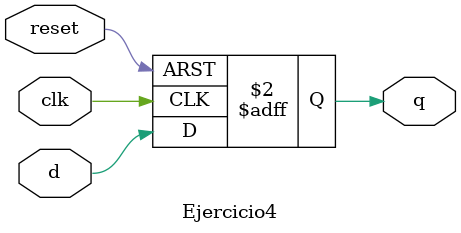
<source format=v>
/*Ejercicio 4.
Diseña un flip-flop tipo D con reloj síncrono y señal de reset asíncrono activo alto. El flip-flop debe
almacenar el valor de la entrada D en el flanco positivo del reloj. */

module Ejercicio4 (input clk, input d, input reset, output reg q);

always @(posedge clk or posedge reset) begin
  if (reset)
  begin
    q <= 0;
  end
  else begin
    q <= d;
  end

end
endmodule
</source>
